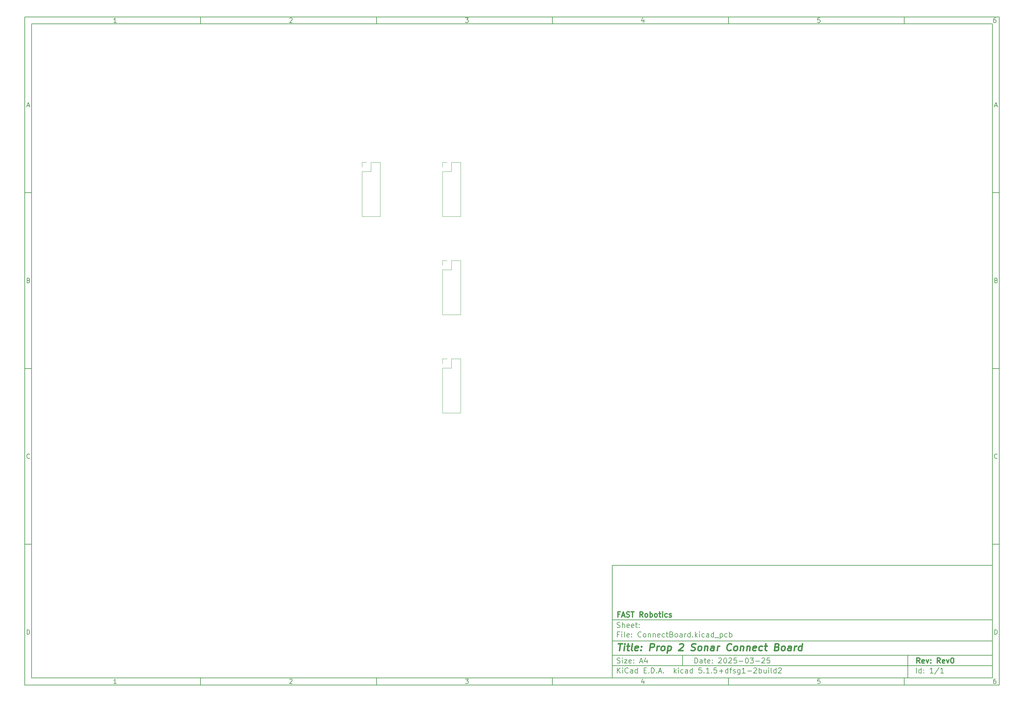
<source format=gbr>
G04 #@! TF.GenerationSoftware,KiCad,Pcbnew,5.1.5+dfsg1-2build2*
G04 #@! TF.CreationDate,2025-03-25T17:45:28-05:00*
G04 #@! TF.ProjectId,ConnectBoard,436f6e6e-6563-4744-926f-6172642e6b69,Rev0*
G04 #@! TF.SameCoordinates,Original*
G04 #@! TF.FileFunction,Legend,Bot*
G04 #@! TF.FilePolarity,Positive*
%FSLAX46Y46*%
G04 Gerber Fmt 4.6, Leading zero omitted, Abs format (unit mm)*
G04 Created by KiCad (PCBNEW 5.1.5+dfsg1-2build2) date 2025-03-25 17:45:28*
%MOMM*%
%LPD*%
G04 APERTURE LIST*
%ADD10C,0.100000*%
%ADD11C,0.150000*%
%ADD12C,0.300000*%
%ADD13C,0.400000*%
%ADD14C,0.120000*%
G04 APERTURE END LIST*
D10*
D11*
X177002200Y-166007200D02*
X177002200Y-198007200D01*
X285002200Y-198007200D01*
X285002200Y-166007200D01*
X177002200Y-166007200D01*
D10*
D11*
X10000000Y-10000000D02*
X10000000Y-200007200D01*
X287002200Y-200007200D01*
X287002200Y-10000000D01*
X10000000Y-10000000D01*
D10*
D11*
X12000000Y-12000000D02*
X12000000Y-198007200D01*
X285002200Y-198007200D01*
X285002200Y-12000000D01*
X12000000Y-12000000D01*
D10*
D11*
X60000000Y-12000000D02*
X60000000Y-10000000D01*
D10*
D11*
X110000000Y-12000000D02*
X110000000Y-10000000D01*
D10*
D11*
X160000000Y-12000000D02*
X160000000Y-10000000D01*
D10*
D11*
X210000000Y-12000000D02*
X210000000Y-10000000D01*
D10*
D11*
X260000000Y-12000000D02*
X260000000Y-10000000D01*
D10*
D11*
X36065476Y-11588095D02*
X35322619Y-11588095D01*
X35694047Y-11588095D02*
X35694047Y-10288095D01*
X35570238Y-10473809D01*
X35446428Y-10597619D01*
X35322619Y-10659523D01*
D10*
D11*
X85322619Y-10411904D02*
X85384523Y-10350000D01*
X85508333Y-10288095D01*
X85817857Y-10288095D01*
X85941666Y-10350000D01*
X86003571Y-10411904D01*
X86065476Y-10535714D01*
X86065476Y-10659523D01*
X86003571Y-10845238D01*
X85260714Y-11588095D01*
X86065476Y-11588095D01*
D10*
D11*
X135260714Y-10288095D02*
X136065476Y-10288095D01*
X135632142Y-10783333D01*
X135817857Y-10783333D01*
X135941666Y-10845238D01*
X136003571Y-10907142D01*
X136065476Y-11030952D01*
X136065476Y-11340476D01*
X136003571Y-11464285D01*
X135941666Y-11526190D01*
X135817857Y-11588095D01*
X135446428Y-11588095D01*
X135322619Y-11526190D01*
X135260714Y-11464285D01*
D10*
D11*
X185941666Y-10721428D02*
X185941666Y-11588095D01*
X185632142Y-10226190D02*
X185322619Y-11154761D01*
X186127380Y-11154761D01*
D10*
D11*
X236003571Y-10288095D02*
X235384523Y-10288095D01*
X235322619Y-10907142D01*
X235384523Y-10845238D01*
X235508333Y-10783333D01*
X235817857Y-10783333D01*
X235941666Y-10845238D01*
X236003571Y-10907142D01*
X236065476Y-11030952D01*
X236065476Y-11340476D01*
X236003571Y-11464285D01*
X235941666Y-11526190D01*
X235817857Y-11588095D01*
X235508333Y-11588095D01*
X235384523Y-11526190D01*
X235322619Y-11464285D01*
D10*
D11*
X285941666Y-10288095D02*
X285694047Y-10288095D01*
X285570238Y-10350000D01*
X285508333Y-10411904D01*
X285384523Y-10597619D01*
X285322619Y-10845238D01*
X285322619Y-11340476D01*
X285384523Y-11464285D01*
X285446428Y-11526190D01*
X285570238Y-11588095D01*
X285817857Y-11588095D01*
X285941666Y-11526190D01*
X286003571Y-11464285D01*
X286065476Y-11340476D01*
X286065476Y-11030952D01*
X286003571Y-10907142D01*
X285941666Y-10845238D01*
X285817857Y-10783333D01*
X285570238Y-10783333D01*
X285446428Y-10845238D01*
X285384523Y-10907142D01*
X285322619Y-11030952D01*
D10*
D11*
X60000000Y-198007200D02*
X60000000Y-200007200D01*
D10*
D11*
X110000000Y-198007200D02*
X110000000Y-200007200D01*
D10*
D11*
X160000000Y-198007200D02*
X160000000Y-200007200D01*
D10*
D11*
X210000000Y-198007200D02*
X210000000Y-200007200D01*
D10*
D11*
X260000000Y-198007200D02*
X260000000Y-200007200D01*
D10*
D11*
X36065476Y-199595295D02*
X35322619Y-199595295D01*
X35694047Y-199595295D02*
X35694047Y-198295295D01*
X35570238Y-198481009D01*
X35446428Y-198604819D01*
X35322619Y-198666723D01*
D10*
D11*
X85322619Y-198419104D02*
X85384523Y-198357200D01*
X85508333Y-198295295D01*
X85817857Y-198295295D01*
X85941666Y-198357200D01*
X86003571Y-198419104D01*
X86065476Y-198542914D01*
X86065476Y-198666723D01*
X86003571Y-198852438D01*
X85260714Y-199595295D01*
X86065476Y-199595295D01*
D10*
D11*
X135260714Y-198295295D02*
X136065476Y-198295295D01*
X135632142Y-198790533D01*
X135817857Y-198790533D01*
X135941666Y-198852438D01*
X136003571Y-198914342D01*
X136065476Y-199038152D01*
X136065476Y-199347676D01*
X136003571Y-199471485D01*
X135941666Y-199533390D01*
X135817857Y-199595295D01*
X135446428Y-199595295D01*
X135322619Y-199533390D01*
X135260714Y-199471485D01*
D10*
D11*
X185941666Y-198728628D02*
X185941666Y-199595295D01*
X185632142Y-198233390D02*
X185322619Y-199161961D01*
X186127380Y-199161961D01*
D10*
D11*
X236003571Y-198295295D02*
X235384523Y-198295295D01*
X235322619Y-198914342D01*
X235384523Y-198852438D01*
X235508333Y-198790533D01*
X235817857Y-198790533D01*
X235941666Y-198852438D01*
X236003571Y-198914342D01*
X236065476Y-199038152D01*
X236065476Y-199347676D01*
X236003571Y-199471485D01*
X235941666Y-199533390D01*
X235817857Y-199595295D01*
X235508333Y-199595295D01*
X235384523Y-199533390D01*
X235322619Y-199471485D01*
D10*
D11*
X285941666Y-198295295D02*
X285694047Y-198295295D01*
X285570238Y-198357200D01*
X285508333Y-198419104D01*
X285384523Y-198604819D01*
X285322619Y-198852438D01*
X285322619Y-199347676D01*
X285384523Y-199471485D01*
X285446428Y-199533390D01*
X285570238Y-199595295D01*
X285817857Y-199595295D01*
X285941666Y-199533390D01*
X286003571Y-199471485D01*
X286065476Y-199347676D01*
X286065476Y-199038152D01*
X286003571Y-198914342D01*
X285941666Y-198852438D01*
X285817857Y-198790533D01*
X285570238Y-198790533D01*
X285446428Y-198852438D01*
X285384523Y-198914342D01*
X285322619Y-199038152D01*
D10*
D11*
X10000000Y-60000000D02*
X12000000Y-60000000D01*
D10*
D11*
X10000000Y-110000000D02*
X12000000Y-110000000D01*
D10*
D11*
X10000000Y-160000000D02*
X12000000Y-160000000D01*
D10*
D11*
X10690476Y-35216666D02*
X11309523Y-35216666D01*
X10566666Y-35588095D02*
X11000000Y-34288095D01*
X11433333Y-35588095D01*
D10*
D11*
X11092857Y-84907142D02*
X11278571Y-84969047D01*
X11340476Y-85030952D01*
X11402380Y-85154761D01*
X11402380Y-85340476D01*
X11340476Y-85464285D01*
X11278571Y-85526190D01*
X11154761Y-85588095D01*
X10659523Y-85588095D01*
X10659523Y-84288095D01*
X11092857Y-84288095D01*
X11216666Y-84350000D01*
X11278571Y-84411904D01*
X11340476Y-84535714D01*
X11340476Y-84659523D01*
X11278571Y-84783333D01*
X11216666Y-84845238D01*
X11092857Y-84907142D01*
X10659523Y-84907142D01*
D10*
D11*
X11402380Y-135464285D02*
X11340476Y-135526190D01*
X11154761Y-135588095D01*
X11030952Y-135588095D01*
X10845238Y-135526190D01*
X10721428Y-135402380D01*
X10659523Y-135278571D01*
X10597619Y-135030952D01*
X10597619Y-134845238D01*
X10659523Y-134597619D01*
X10721428Y-134473809D01*
X10845238Y-134350000D01*
X11030952Y-134288095D01*
X11154761Y-134288095D01*
X11340476Y-134350000D01*
X11402380Y-134411904D01*
D10*
D11*
X10659523Y-185588095D02*
X10659523Y-184288095D01*
X10969047Y-184288095D01*
X11154761Y-184350000D01*
X11278571Y-184473809D01*
X11340476Y-184597619D01*
X11402380Y-184845238D01*
X11402380Y-185030952D01*
X11340476Y-185278571D01*
X11278571Y-185402380D01*
X11154761Y-185526190D01*
X10969047Y-185588095D01*
X10659523Y-185588095D01*
D10*
D11*
X287002200Y-60000000D02*
X285002200Y-60000000D01*
D10*
D11*
X287002200Y-110000000D02*
X285002200Y-110000000D01*
D10*
D11*
X287002200Y-160000000D02*
X285002200Y-160000000D01*
D10*
D11*
X285692676Y-35216666D02*
X286311723Y-35216666D01*
X285568866Y-35588095D02*
X286002200Y-34288095D01*
X286435533Y-35588095D01*
D10*
D11*
X286095057Y-84907142D02*
X286280771Y-84969047D01*
X286342676Y-85030952D01*
X286404580Y-85154761D01*
X286404580Y-85340476D01*
X286342676Y-85464285D01*
X286280771Y-85526190D01*
X286156961Y-85588095D01*
X285661723Y-85588095D01*
X285661723Y-84288095D01*
X286095057Y-84288095D01*
X286218866Y-84350000D01*
X286280771Y-84411904D01*
X286342676Y-84535714D01*
X286342676Y-84659523D01*
X286280771Y-84783333D01*
X286218866Y-84845238D01*
X286095057Y-84907142D01*
X285661723Y-84907142D01*
D10*
D11*
X286404580Y-135464285D02*
X286342676Y-135526190D01*
X286156961Y-135588095D01*
X286033152Y-135588095D01*
X285847438Y-135526190D01*
X285723628Y-135402380D01*
X285661723Y-135278571D01*
X285599819Y-135030952D01*
X285599819Y-134845238D01*
X285661723Y-134597619D01*
X285723628Y-134473809D01*
X285847438Y-134350000D01*
X286033152Y-134288095D01*
X286156961Y-134288095D01*
X286342676Y-134350000D01*
X286404580Y-134411904D01*
D10*
D11*
X285661723Y-185588095D02*
X285661723Y-184288095D01*
X285971247Y-184288095D01*
X286156961Y-184350000D01*
X286280771Y-184473809D01*
X286342676Y-184597619D01*
X286404580Y-184845238D01*
X286404580Y-185030952D01*
X286342676Y-185278571D01*
X286280771Y-185402380D01*
X286156961Y-185526190D01*
X285971247Y-185588095D01*
X285661723Y-185588095D01*
D10*
D11*
X200434342Y-193785771D02*
X200434342Y-192285771D01*
X200791485Y-192285771D01*
X201005771Y-192357200D01*
X201148628Y-192500057D01*
X201220057Y-192642914D01*
X201291485Y-192928628D01*
X201291485Y-193142914D01*
X201220057Y-193428628D01*
X201148628Y-193571485D01*
X201005771Y-193714342D01*
X200791485Y-193785771D01*
X200434342Y-193785771D01*
X202577200Y-193785771D02*
X202577200Y-193000057D01*
X202505771Y-192857200D01*
X202362914Y-192785771D01*
X202077200Y-192785771D01*
X201934342Y-192857200D01*
X202577200Y-193714342D02*
X202434342Y-193785771D01*
X202077200Y-193785771D01*
X201934342Y-193714342D01*
X201862914Y-193571485D01*
X201862914Y-193428628D01*
X201934342Y-193285771D01*
X202077200Y-193214342D01*
X202434342Y-193214342D01*
X202577200Y-193142914D01*
X203077200Y-192785771D02*
X203648628Y-192785771D01*
X203291485Y-192285771D02*
X203291485Y-193571485D01*
X203362914Y-193714342D01*
X203505771Y-193785771D01*
X203648628Y-193785771D01*
X204720057Y-193714342D02*
X204577200Y-193785771D01*
X204291485Y-193785771D01*
X204148628Y-193714342D01*
X204077200Y-193571485D01*
X204077200Y-193000057D01*
X204148628Y-192857200D01*
X204291485Y-192785771D01*
X204577200Y-192785771D01*
X204720057Y-192857200D01*
X204791485Y-193000057D01*
X204791485Y-193142914D01*
X204077200Y-193285771D01*
X205434342Y-193642914D02*
X205505771Y-193714342D01*
X205434342Y-193785771D01*
X205362914Y-193714342D01*
X205434342Y-193642914D01*
X205434342Y-193785771D01*
X205434342Y-192857200D02*
X205505771Y-192928628D01*
X205434342Y-193000057D01*
X205362914Y-192928628D01*
X205434342Y-192857200D01*
X205434342Y-193000057D01*
X207220057Y-192428628D02*
X207291485Y-192357200D01*
X207434342Y-192285771D01*
X207791485Y-192285771D01*
X207934342Y-192357200D01*
X208005771Y-192428628D01*
X208077200Y-192571485D01*
X208077200Y-192714342D01*
X208005771Y-192928628D01*
X207148628Y-193785771D01*
X208077200Y-193785771D01*
X209005771Y-192285771D02*
X209148628Y-192285771D01*
X209291485Y-192357200D01*
X209362914Y-192428628D01*
X209434342Y-192571485D01*
X209505771Y-192857200D01*
X209505771Y-193214342D01*
X209434342Y-193500057D01*
X209362914Y-193642914D01*
X209291485Y-193714342D01*
X209148628Y-193785771D01*
X209005771Y-193785771D01*
X208862914Y-193714342D01*
X208791485Y-193642914D01*
X208720057Y-193500057D01*
X208648628Y-193214342D01*
X208648628Y-192857200D01*
X208720057Y-192571485D01*
X208791485Y-192428628D01*
X208862914Y-192357200D01*
X209005771Y-192285771D01*
X210077200Y-192428628D02*
X210148628Y-192357200D01*
X210291485Y-192285771D01*
X210648628Y-192285771D01*
X210791485Y-192357200D01*
X210862914Y-192428628D01*
X210934342Y-192571485D01*
X210934342Y-192714342D01*
X210862914Y-192928628D01*
X210005771Y-193785771D01*
X210934342Y-193785771D01*
X212291485Y-192285771D02*
X211577200Y-192285771D01*
X211505771Y-193000057D01*
X211577200Y-192928628D01*
X211720057Y-192857200D01*
X212077200Y-192857200D01*
X212220057Y-192928628D01*
X212291485Y-193000057D01*
X212362914Y-193142914D01*
X212362914Y-193500057D01*
X212291485Y-193642914D01*
X212220057Y-193714342D01*
X212077200Y-193785771D01*
X211720057Y-193785771D01*
X211577200Y-193714342D01*
X211505771Y-193642914D01*
X213005771Y-193214342D02*
X214148628Y-193214342D01*
X215148628Y-192285771D02*
X215291485Y-192285771D01*
X215434342Y-192357200D01*
X215505771Y-192428628D01*
X215577200Y-192571485D01*
X215648628Y-192857200D01*
X215648628Y-193214342D01*
X215577200Y-193500057D01*
X215505771Y-193642914D01*
X215434342Y-193714342D01*
X215291485Y-193785771D01*
X215148628Y-193785771D01*
X215005771Y-193714342D01*
X214934342Y-193642914D01*
X214862914Y-193500057D01*
X214791485Y-193214342D01*
X214791485Y-192857200D01*
X214862914Y-192571485D01*
X214934342Y-192428628D01*
X215005771Y-192357200D01*
X215148628Y-192285771D01*
X216148628Y-192285771D02*
X217077200Y-192285771D01*
X216577200Y-192857200D01*
X216791485Y-192857200D01*
X216934342Y-192928628D01*
X217005771Y-193000057D01*
X217077200Y-193142914D01*
X217077200Y-193500057D01*
X217005771Y-193642914D01*
X216934342Y-193714342D01*
X216791485Y-193785771D01*
X216362914Y-193785771D01*
X216220057Y-193714342D01*
X216148628Y-193642914D01*
X217720057Y-193214342D02*
X218862914Y-193214342D01*
X219505771Y-192428628D02*
X219577200Y-192357200D01*
X219720057Y-192285771D01*
X220077200Y-192285771D01*
X220220057Y-192357200D01*
X220291485Y-192428628D01*
X220362914Y-192571485D01*
X220362914Y-192714342D01*
X220291485Y-192928628D01*
X219434342Y-193785771D01*
X220362914Y-193785771D01*
X221720057Y-192285771D02*
X221005771Y-192285771D01*
X220934342Y-193000057D01*
X221005771Y-192928628D01*
X221148628Y-192857200D01*
X221505771Y-192857200D01*
X221648628Y-192928628D01*
X221720057Y-193000057D01*
X221791485Y-193142914D01*
X221791485Y-193500057D01*
X221720057Y-193642914D01*
X221648628Y-193714342D01*
X221505771Y-193785771D01*
X221148628Y-193785771D01*
X221005771Y-193714342D01*
X220934342Y-193642914D01*
D10*
D11*
X177002200Y-194507200D02*
X285002200Y-194507200D01*
D10*
D11*
X178434342Y-196585771D02*
X178434342Y-195085771D01*
X179291485Y-196585771D02*
X178648628Y-195728628D01*
X179291485Y-195085771D02*
X178434342Y-195942914D01*
X179934342Y-196585771D02*
X179934342Y-195585771D01*
X179934342Y-195085771D02*
X179862914Y-195157200D01*
X179934342Y-195228628D01*
X180005771Y-195157200D01*
X179934342Y-195085771D01*
X179934342Y-195228628D01*
X181505771Y-196442914D02*
X181434342Y-196514342D01*
X181220057Y-196585771D01*
X181077200Y-196585771D01*
X180862914Y-196514342D01*
X180720057Y-196371485D01*
X180648628Y-196228628D01*
X180577200Y-195942914D01*
X180577200Y-195728628D01*
X180648628Y-195442914D01*
X180720057Y-195300057D01*
X180862914Y-195157200D01*
X181077200Y-195085771D01*
X181220057Y-195085771D01*
X181434342Y-195157200D01*
X181505771Y-195228628D01*
X182791485Y-196585771D02*
X182791485Y-195800057D01*
X182720057Y-195657200D01*
X182577200Y-195585771D01*
X182291485Y-195585771D01*
X182148628Y-195657200D01*
X182791485Y-196514342D02*
X182648628Y-196585771D01*
X182291485Y-196585771D01*
X182148628Y-196514342D01*
X182077200Y-196371485D01*
X182077200Y-196228628D01*
X182148628Y-196085771D01*
X182291485Y-196014342D01*
X182648628Y-196014342D01*
X182791485Y-195942914D01*
X184148628Y-196585771D02*
X184148628Y-195085771D01*
X184148628Y-196514342D02*
X184005771Y-196585771D01*
X183720057Y-196585771D01*
X183577200Y-196514342D01*
X183505771Y-196442914D01*
X183434342Y-196300057D01*
X183434342Y-195871485D01*
X183505771Y-195728628D01*
X183577200Y-195657200D01*
X183720057Y-195585771D01*
X184005771Y-195585771D01*
X184148628Y-195657200D01*
X186005771Y-195800057D02*
X186505771Y-195800057D01*
X186720057Y-196585771D02*
X186005771Y-196585771D01*
X186005771Y-195085771D01*
X186720057Y-195085771D01*
X187362914Y-196442914D02*
X187434342Y-196514342D01*
X187362914Y-196585771D01*
X187291485Y-196514342D01*
X187362914Y-196442914D01*
X187362914Y-196585771D01*
X188077200Y-196585771D02*
X188077200Y-195085771D01*
X188434342Y-195085771D01*
X188648628Y-195157200D01*
X188791485Y-195300057D01*
X188862914Y-195442914D01*
X188934342Y-195728628D01*
X188934342Y-195942914D01*
X188862914Y-196228628D01*
X188791485Y-196371485D01*
X188648628Y-196514342D01*
X188434342Y-196585771D01*
X188077200Y-196585771D01*
X189577200Y-196442914D02*
X189648628Y-196514342D01*
X189577200Y-196585771D01*
X189505771Y-196514342D01*
X189577200Y-196442914D01*
X189577200Y-196585771D01*
X190220057Y-196157200D02*
X190934342Y-196157200D01*
X190077200Y-196585771D02*
X190577200Y-195085771D01*
X191077200Y-196585771D01*
X191577200Y-196442914D02*
X191648628Y-196514342D01*
X191577200Y-196585771D01*
X191505771Y-196514342D01*
X191577200Y-196442914D01*
X191577200Y-196585771D01*
X194577200Y-196585771D02*
X194577200Y-195085771D01*
X194720057Y-196014342D02*
X195148628Y-196585771D01*
X195148628Y-195585771D02*
X194577200Y-196157200D01*
X195791485Y-196585771D02*
X195791485Y-195585771D01*
X195791485Y-195085771D02*
X195720057Y-195157200D01*
X195791485Y-195228628D01*
X195862914Y-195157200D01*
X195791485Y-195085771D01*
X195791485Y-195228628D01*
X197148628Y-196514342D02*
X197005771Y-196585771D01*
X196720057Y-196585771D01*
X196577200Y-196514342D01*
X196505771Y-196442914D01*
X196434342Y-196300057D01*
X196434342Y-195871485D01*
X196505771Y-195728628D01*
X196577200Y-195657200D01*
X196720057Y-195585771D01*
X197005771Y-195585771D01*
X197148628Y-195657200D01*
X198434342Y-196585771D02*
X198434342Y-195800057D01*
X198362914Y-195657200D01*
X198220057Y-195585771D01*
X197934342Y-195585771D01*
X197791485Y-195657200D01*
X198434342Y-196514342D02*
X198291485Y-196585771D01*
X197934342Y-196585771D01*
X197791485Y-196514342D01*
X197720057Y-196371485D01*
X197720057Y-196228628D01*
X197791485Y-196085771D01*
X197934342Y-196014342D01*
X198291485Y-196014342D01*
X198434342Y-195942914D01*
X199791485Y-196585771D02*
X199791485Y-195085771D01*
X199791485Y-196514342D02*
X199648628Y-196585771D01*
X199362914Y-196585771D01*
X199220057Y-196514342D01*
X199148628Y-196442914D01*
X199077200Y-196300057D01*
X199077200Y-195871485D01*
X199148628Y-195728628D01*
X199220057Y-195657200D01*
X199362914Y-195585771D01*
X199648628Y-195585771D01*
X199791485Y-195657200D01*
X202362914Y-195085771D02*
X201648628Y-195085771D01*
X201577200Y-195800057D01*
X201648628Y-195728628D01*
X201791485Y-195657200D01*
X202148628Y-195657200D01*
X202291485Y-195728628D01*
X202362914Y-195800057D01*
X202434342Y-195942914D01*
X202434342Y-196300057D01*
X202362914Y-196442914D01*
X202291485Y-196514342D01*
X202148628Y-196585771D01*
X201791485Y-196585771D01*
X201648628Y-196514342D01*
X201577200Y-196442914D01*
X203077200Y-196442914D02*
X203148628Y-196514342D01*
X203077200Y-196585771D01*
X203005771Y-196514342D01*
X203077200Y-196442914D01*
X203077200Y-196585771D01*
X204577200Y-196585771D02*
X203720057Y-196585771D01*
X204148628Y-196585771D02*
X204148628Y-195085771D01*
X204005771Y-195300057D01*
X203862914Y-195442914D01*
X203720057Y-195514342D01*
X205220057Y-196442914D02*
X205291485Y-196514342D01*
X205220057Y-196585771D01*
X205148628Y-196514342D01*
X205220057Y-196442914D01*
X205220057Y-196585771D01*
X206648628Y-195085771D02*
X205934342Y-195085771D01*
X205862914Y-195800057D01*
X205934342Y-195728628D01*
X206077200Y-195657200D01*
X206434342Y-195657200D01*
X206577200Y-195728628D01*
X206648628Y-195800057D01*
X206720057Y-195942914D01*
X206720057Y-196300057D01*
X206648628Y-196442914D01*
X206577200Y-196514342D01*
X206434342Y-196585771D01*
X206077200Y-196585771D01*
X205934342Y-196514342D01*
X205862914Y-196442914D01*
X207362914Y-196014342D02*
X208505771Y-196014342D01*
X207934342Y-196585771D02*
X207934342Y-195442914D01*
X209862914Y-196585771D02*
X209862914Y-195085771D01*
X209862914Y-196514342D02*
X209720057Y-196585771D01*
X209434342Y-196585771D01*
X209291485Y-196514342D01*
X209220057Y-196442914D01*
X209148628Y-196300057D01*
X209148628Y-195871485D01*
X209220057Y-195728628D01*
X209291485Y-195657200D01*
X209434342Y-195585771D01*
X209720057Y-195585771D01*
X209862914Y-195657200D01*
X210362914Y-195585771D02*
X210934342Y-195585771D01*
X210577200Y-196585771D02*
X210577200Y-195300057D01*
X210648628Y-195157200D01*
X210791485Y-195085771D01*
X210934342Y-195085771D01*
X211362914Y-196514342D02*
X211505771Y-196585771D01*
X211791485Y-196585771D01*
X211934342Y-196514342D01*
X212005771Y-196371485D01*
X212005771Y-196300057D01*
X211934342Y-196157200D01*
X211791485Y-196085771D01*
X211577200Y-196085771D01*
X211434342Y-196014342D01*
X211362914Y-195871485D01*
X211362914Y-195800057D01*
X211434342Y-195657200D01*
X211577200Y-195585771D01*
X211791485Y-195585771D01*
X211934342Y-195657200D01*
X213291485Y-195585771D02*
X213291485Y-196800057D01*
X213220057Y-196942914D01*
X213148628Y-197014342D01*
X213005771Y-197085771D01*
X212791485Y-197085771D01*
X212648628Y-197014342D01*
X213291485Y-196514342D02*
X213148628Y-196585771D01*
X212862914Y-196585771D01*
X212720057Y-196514342D01*
X212648628Y-196442914D01*
X212577200Y-196300057D01*
X212577200Y-195871485D01*
X212648628Y-195728628D01*
X212720057Y-195657200D01*
X212862914Y-195585771D01*
X213148628Y-195585771D01*
X213291485Y-195657200D01*
X214791485Y-196585771D02*
X213934342Y-196585771D01*
X214362914Y-196585771D02*
X214362914Y-195085771D01*
X214220057Y-195300057D01*
X214077200Y-195442914D01*
X213934342Y-195514342D01*
X215434342Y-196014342D02*
X216577200Y-196014342D01*
X217220057Y-195228628D02*
X217291485Y-195157200D01*
X217434342Y-195085771D01*
X217791485Y-195085771D01*
X217934342Y-195157200D01*
X218005771Y-195228628D01*
X218077200Y-195371485D01*
X218077200Y-195514342D01*
X218005771Y-195728628D01*
X217148628Y-196585771D01*
X218077200Y-196585771D01*
X218720057Y-196585771D02*
X218720057Y-195085771D01*
X218720057Y-195657200D02*
X218862914Y-195585771D01*
X219148628Y-195585771D01*
X219291485Y-195657200D01*
X219362914Y-195728628D01*
X219434342Y-195871485D01*
X219434342Y-196300057D01*
X219362914Y-196442914D01*
X219291485Y-196514342D01*
X219148628Y-196585771D01*
X218862914Y-196585771D01*
X218720057Y-196514342D01*
X220720057Y-195585771D02*
X220720057Y-196585771D01*
X220077200Y-195585771D02*
X220077200Y-196371485D01*
X220148628Y-196514342D01*
X220291485Y-196585771D01*
X220505771Y-196585771D01*
X220648628Y-196514342D01*
X220720057Y-196442914D01*
X221434342Y-196585771D02*
X221434342Y-195585771D01*
X221434342Y-195085771D02*
X221362914Y-195157200D01*
X221434342Y-195228628D01*
X221505771Y-195157200D01*
X221434342Y-195085771D01*
X221434342Y-195228628D01*
X222362914Y-196585771D02*
X222220057Y-196514342D01*
X222148628Y-196371485D01*
X222148628Y-195085771D01*
X223577200Y-196585771D02*
X223577200Y-195085771D01*
X223577200Y-196514342D02*
X223434342Y-196585771D01*
X223148628Y-196585771D01*
X223005771Y-196514342D01*
X222934342Y-196442914D01*
X222862914Y-196300057D01*
X222862914Y-195871485D01*
X222934342Y-195728628D01*
X223005771Y-195657200D01*
X223148628Y-195585771D01*
X223434342Y-195585771D01*
X223577200Y-195657200D01*
X224220057Y-195228628D02*
X224291485Y-195157200D01*
X224434342Y-195085771D01*
X224791485Y-195085771D01*
X224934342Y-195157200D01*
X225005771Y-195228628D01*
X225077200Y-195371485D01*
X225077200Y-195514342D01*
X225005771Y-195728628D01*
X224148628Y-196585771D01*
X225077200Y-196585771D01*
D10*
D11*
X177002200Y-191507200D02*
X285002200Y-191507200D01*
D10*
D12*
X264411485Y-193785771D02*
X263911485Y-193071485D01*
X263554342Y-193785771D02*
X263554342Y-192285771D01*
X264125771Y-192285771D01*
X264268628Y-192357200D01*
X264340057Y-192428628D01*
X264411485Y-192571485D01*
X264411485Y-192785771D01*
X264340057Y-192928628D01*
X264268628Y-193000057D01*
X264125771Y-193071485D01*
X263554342Y-193071485D01*
X265625771Y-193714342D02*
X265482914Y-193785771D01*
X265197200Y-193785771D01*
X265054342Y-193714342D01*
X264982914Y-193571485D01*
X264982914Y-193000057D01*
X265054342Y-192857200D01*
X265197200Y-192785771D01*
X265482914Y-192785771D01*
X265625771Y-192857200D01*
X265697200Y-193000057D01*
X265697200Y-193142914D01*
X264982914Y-193285771D01*
X266197200Y-192785771D02*
X266554342Y-193785771D01*
X266911485Y-192785771D01*
X267482914Y-193642914D02*
X267554342Y-193714342D01*
X267482914Y-193785771D01*
X267411485Y-193714342D01*
X267482914Y-193642914D01*
X267482914Y-193785771D01*
X267482914Y-192857200D02*
X267554342Y-192928628D01*
X267482914Y-193000057D01*
X267411485Y-192928628D01*
X267482914Y-192857200D01*
X267482914Y-193000057D01*
X270197200Y-193785771D02*
X269697200Y-193071485D01*
X269340057Y-193785771D02*
X269340057Y-192285771D01*
X269911485Y-192285771D01*
X270054342Y-192357200D01*
X270125771Y-192428628D01*
X270197200Y-192571485D01*
X270197200Y-192785771D01*
X270125771Y-192928628D01*
X270054342Y-193000057D01*
X269911485Y-193071485D01*
X269340057Y-193071485D01*
X271411485Y-193714342D02*
X271268628Y-193785771D01*
X270982914Y-193785771D01*
X270840057Y-193714342D01*
X270768628Y-193571485D01*
X270768628Y-193000057D01*
X270840057Y-192857200D01*
X270982914Y-192785771D01*
X271268628Y-192785771D01*
X271411485Y-192857200D01*
X271482914Y-193000057D01*
X271482914Y-193142914D01*
X270768628Y-193285771D01*
X271982914Y-192785771D02*
X272340057Y-193785771D01*
X272697200Y-192785771D01*
X273554342Y-192285771D02*
X273697200Y-192285771D01*
X273840057Y-192357200D01*
X273911485Y-192428628D01*
X273982914Y-192571485D01*
X274054342Y-192857200D01*
X274054342Y-193214342D01*
X273982914Y-193500057D01*
X273911485Y-193642914D01*
X273840057Y-193714342D01*
X273697200Y-193785771D01*
X273554342Y-193785771D01*
X273411485Y-193714342D01*
X273340057Y-193642914D01*
X273268628Y-193500057D01*
X273197200Y-193214342D01*
X273197200Y-192857200D01*
X273268628Y-192571485D01*
X273340057Y-192428628D01*
X273411485Y-192357200D01*
X273554342Y-192285771D01*
D10*
D11*
X178362914Y-193714342D02*
X178577200Y-193785771D01*
X178934342Y-193785771D01*
X179077200Y-193714342D01*
X179148628Y-193642914D01*
X179220057Y-193500057D01*
X179220057Y-193357200D01*
X179148628Y-193214342D01*
X179077200Y-193142914D01*
X178934342Y-193071485D01*
X178648628Y-193000057D01*
X178505771Y-192928628D01*
X178434342Y-192857200D01*
X178362914Y-192714342D01*
X178362914Y-192571485D01*
X178434342Y-192428628D01*
X178505771Y-192357200D01*
X178648628Y-192285771D01*
X179005771Y-192285771D01*
X179220057Y-192357200D01*
X179862914Y-193785771D02*
X179862914Y-192785771D01*
X179862914Y-192285771D02*
X179791485Y-192357200D01*
X179862914Y-192428628D01*
X179934342Y-192357200D01*
X179862914Y-192285771D01*
X179862914Y-192428628D01*
X180434342Y-192785771D02*
X181220057Y-192785771D01*
X180434342Y-193785771D01*
X181220057Y-193785771D01*
X182362914Y-193714342D02*
X182220057Y-193785771D01*
X181934342Y-193785771D01*
X181791485Y-193714342D01*
X181720057Y-193571485D01*
X181720057Y-193000057D01*
X181791485Y-192857200D01*
X181934342Y-192785771D01*
X182220057Y-192785771D01*
X182362914Y-192857200D01*
X182434342Y-193000057D01*
X182434342Y-193142914D01*
X181720057Y-193285771D01*
X183077200Y-193642914D02*
X183148628Y-193714342D01*
X183077200Y-193785771D01*
X183005771Y-193714342D01*
X183077200Y-193642914D01*
X183077200Y-193785771D01*
X183077200Y-192857200D02*
X183148628Y-192928628D01*
X183077200Y-193000057D01*
X183005771Y-192928628D01*
X183077200Y-192857200D01*
X183077200Y-193000057D01*
X184862914Y-193357200D02*
X185577200Y-193357200D01*
X184720057Y-193785771D02*
X185220057Y-192285771D01*
X185720057Y-193785771D01*
X186862914Y-192785771D02*
X186862914Y-193785771D01*
X186505771Y-192214342D02*
X186148628Y-193285771D01*
X187077200Y-193285771D01*
D10*
D11*
X263434342Y-196585771D02*
X263434342Y-195085771D01*
X264791485Y-196585771D02*
X264791485Y-195085771D01*
X264791485Y-196514342D02*
X264648628Y-196585771D01*
X264362914Y-196585771D01*
X264220057Y-196514342D01*
X264148628Y-196442914D01*
X264077200Y-196300057D01*
X264077200Y-195871485D01*
X264148628Y-195728628D01*
X264220057Y-195657200D01*
X264362914Y-195585771D01*
X264648628Y-195585771D01*
X264791485Y-195657200D01*
X265505771Y-196442914D02*
X265577200Y-196514342D01*
X265505771Y-196585771D01*
X265434342Y-196514342D01*
X265505771Y-196442914D01*
X265505771Y-196585771D01*
X265505771Y-195657200D02*
X265577200Y-195728628D01*
X265505771Y-195800057D01*
X265434342Y-195728628D01*
X265505771Y-195657200D01*
X265505771Y-195800057D01*
X268148628Y-196585771D02*
X267291485Y-196585771D01*
X267720057Y-196585771D02*
X267720057Y-195085771D01*
X267577200Y-195300057D01*
X267434342Y-195442914D01*
X267291485Y-195514342D01*
X269862914Y-195014342D02*
X268577200Y-196942914D01*
X271148628Y-196585771D02*
X270291485Y-196585771D01*
X270720057Y-196585771D02*
X270720057Y-195085771D01*
X270577200Y-195300057D01*
X270434342Y-195442914D01*
X270291485Y-195514342D01*
D10*
D11*
X177002200Y-187507200D02*
X285002200Y-187507200D01*
D10*
D13*
X178714580Y-188211961D02*
X179857438Y-188211961D01*
X179036009Y-190211961D02*
X179286009Y-188211961D01*
X180274104Y-190211961D02*
X180440771Y-188878628D01*
X180524104Y-188211961D02*
X180416961Y-188307200D01*
X180500295Y-188402438D01*
X180607438Y-188307200D01*
X180524104Y-188211961D01*
X180500295Y-188402438D01*
X181107438Y-188878628D02*
X181869342Y-188878628D01*
X181476485Y-188211961D02*
X181262200Y-189926247D01*
X181333628Y-190116723D01*
X181512200Y-190211961D01*
X181702676Y-190211961D01*
X182655057Y-190211961D02*
X182476485Y-190116723D01*
X182405057Y-189926247D01*
X182619342Y-188211961D01*
X184190771Y-190116723D02*
X183988390Y-190211961D01*
X183607438Y-190211961D01*
X183428866Y-190116723D01*
X183357438Y-189926247D01*
X183452676Y-189164342D01*
X183571723Y-188973866D01*
X183774104Y-188878628D01*
X184155057Y-188878628D01*
X184333628Y-188973866D01*
X184405057Y-189164342D01*
X184381247Y-189354819D01*
X183405057Y-189545295D01*
X185155057Y-190021485D02*
X185238390Y-190116723D01*
X185131247Y-190211961D01*
X185047914Y-190116723D01*
X185155057Y-190021485D01*
X185131247Y-190211961D01*
X185286009Y-188973866D02*
X185369342Y-189069104D01*
X185262200Y-189164342D01*
X185178866Y-189069104D01*
X185286009Y-188973866D01*
X185262200Y-189164342D01*
X187607438Y-190211961D02*
X187857438Y-188211961D01*
X188619342Y-188211961D01*
X188797914Y-188307200D01*
X188881247Y-188402438D01*
X188952676Y-188592914D01*
X188916961Y-188878628D01*
X188797914Y-189069104D01*
X188690771Y-189164342D01*
X188488390Y-189259580D01*
X187726485Y-189259580D01*
X189607438Y-190211961D02*
X189774104Y-188878628D01*
X189726485Y-189259580D02*
X189845533Y-189069104D01*
X189952676Y-188973866D01*
X190155057Y-188878628D01*
X190345533Y-188878628D01*
X191131247Y-190211961D02*
X190952676Y-190116723D01*
X190869342Y-190021485D01*
X190797914Y-189831009D01*
X190869342Y-189259580D01*
X190988390Y-189069104D01*
X191095533Y-188973866D01*
X191297914Y-188878628D01*
X191583628Y-188878628D01*
X191762200Y-188973866D01*
X191845533Y-189069104D01*
X191916961Y-189259580D01*
X191845533Y-189831009D01*
X191726485Y-190021485D01*
X191619342Y-190116723D01*
X191416961Y-190211961D01*
X191131247Y-190211961D01*
X192821723Y-188878628D02*
X192571723Y-190878628D01*
X192809819Y-188973866D02*
X193012200Y-188878628D01*
X193393152Y-188878628D01*
X193571723Y-188973866D01*
X193655057Y-189069104D01*
X193726485Y-189259580D01*
X193655057Y-189831009D01*
X193536009Y-190021485D01*
X193428866Y-190116723D01*
X193226485Y-190211961D01*
X192845533Y-190211961D01*
X192666961Y-190116723D01*
X196119342Y-188402438D02*
X196226485Y-188307200D01*
X196428866Y-188211961D01*
X196905057Y-188211961D01*
X197083628Y-188307200D01*
X197166961Y-188402438D01*
X197238390Y-188592914D01*
X197214580Y-188783390D01*
X197083628Y-189069104D01*
X195797914Y-190211961D01*
X197036009Y-190211961D01*
X199333628Y-190116723D02*
X199607438Y-190211961D01*
X200083628Y-190211961D01*
X200286009Y-190116723D01*
X200393152Y-190021485D01*
X200512200Y-189831009D01*
X200536009Y-189640533D01*
X200464580Y-189450057D01*
X200381247Y-189354819D01*
X200202676Y-189259580D01*
X199833628Y-189164342D01*
X199655057Y-189069104D01*
X199571723Y-188973866D01*
X199500295Y-188783390D01*
X199524104Y-188592914D01*
X199643152Y-188402438D01*
X199750295Y-188307200D01*
X199952676Y-188211961D01*
X200428866Y-188211961D01*
X200702676Y-188307200D01*
X201607438Y-190211961D02*
X201428866Y-190116723D01*
X201345533Y-190021485D01*
X201274104Y-189831009D01*
X201345533Y-189259580D01*
X201464580Y-189069104D01*
X201571723Y-188973866D01*
X201774104Y-188878628D01*
X202059819Y-188878628D01*
X202238390Y-188973866D01*
X202321723Y-189069104D01*
X202393152Y-189259580D01*
X202321723Y-189831009D01*
X202202676Y-190021485D01*
X202095533Y-190116723D01*
X201893152Y-190211961D01*
X201607438Y-190211961D01*
X203297914Y-188878628D02*
X203131247Y-190211961D01*
X203274104Y-189069104D02*
X203381247Y-188973866D01*
X203583628Y-188878628D01*
X203869342Y-188878628D01*
X204047914Y-188973866D01*
X204119342Y-189164342D01*
X203988390Y-190211961D01*
X205797914Y-190211961D02*
X205928866Y-189164342D01*
X205857438Y-188973866D01*
X205678866Y-188878628D01*
X205297914Y-188878628D01*
X205095533Y-188973866D01*
X205809819Y-190116723D02*
X205607438Y-190211961D01*
X205131247Y-190211961D01*
X204952676Y-190116723D01*
X204881247Y-189926247D01*
X204905057Y-189735771D01*
X205024104Y-189545295D01*
X205226485Y-189450057D01*
X205702676Y-189450057D01*
X205905057Y-189354819D01*
X206750295Y-190211961D02*
X206916961Y-188878628D01*
X206869342Y-189259580D02*
X206988390Y-189069104D01*
X207095533Y-188973866D01*
X207297914Y-188878628D01*
X207488390Y-188878628D01*
X210678866Y-190021485D02*
X210571723Y-190116723D01*
X210274104Y-190211961D01*
X210083628Y-190211961D01*
X209809819Y-190116723D01*
X209643152Y-189926247D01*
X209571723Y-189735771D01*
X209524104Y-189354819D01*
X209559819Y-189069104D01*
X209702676Y-188688152D01*
X209821723Y-188497676D01*
X210036009Y-188307200D01*
X210333628Y-188211961D01*
X210524104Y-188211961D01*
X210797914Y-188307200D01*
X210881247Y-188402438D01*
X211797914Y-190211961D02*
X211619342Y-190116723D01*
X211536009Y-190021485D01*
X211464580Y-189831009D01*
X211536009Y-189259580D01*
X211655057Y-189069104D01*
X211762200Y-188973866D01*
X211964580Y-188878628D01*
X212250295Y-188878628D01*
X212428866Y-188973866D01*
X212512200Y-189069104D01*
X212583628Y-189259580D01*
X212512200Y-189831009D01*
X212393152Y-190021485D01*
X212286009Y-190116723D01*
X212083628Y-190211961D01*
X211797914Y-190211961D01*
X213488390Y-188878628D02*
X213321723Y-190211961D01*
X213464580Y-189069104D02*
X213571723Y-188973866D01*
X213774104Y-188878628D01*
X214059819Y-188878628D01*
X214238390Y-188973866D01*
X214309819Y-189164342D01*
X214178866Y-190211961D01*
X215297914Y-188878628D02*
X215131247Y-190211961D01*
X215274104Y-189069104D02*
X215381247Y-188973866D01*
X215583628Y-188878628D01*
X215869342Y-188878628D01*
X216047914Y-188973866D01*
X216119342Y-189164342D01*
X215988390Y-190211961D01*
X217714580Y-190116723D02*
X217512200Y-190211961D01*
X217131247Y-190211961D01*
X216952676Y-190116723D01*
X216881247Y-189926247D01*
X216976485Y-189164342D01*
X217095533Y-188973866D01*
X217297914Y-188878628D01*
X217678866Y-188878628D01*
X217857438Y-188973866D01*
X217928866Y-189164342D01*
X217905057Y-189354819D01*
X216928866Y-189545295D01*
X219524104Y-190116723D02*
X219321723Y-190211961D01*
X218940771Y-190211961D01*
X218762200Y-190116723D01*
X218678866Y-190021485D01*
X218607438Y-189831009D01*
X218678866Y-189259580D01*
X218797914Y-189069104D01*
X218905057Y-188973866D01*
X219107438Y-188878628D01*
X219488390Y-188878628D01*
X219666961Y-188973866D01*
X220250295Y-188878628D02*
X221012200Y-188878628D01*
X220619342Y-188211961D02*
X220405057Y-189926247D01*
X220476485Y-190116723D01*
X220655057Y-190211961D01*
X220845533Y-190211961D01*
X223833628Y-189164342D02*
X224107438Y-189259580D01*
X224190771Y-189354819D01*
X224262200Y-189545295D01*
X224226485Y-189831009D01*
X224107438Y-190021485D01*
X224000295Y-190116723D01*
X223797914Y-190211961D01*
X223036009Y-190211961D01*
X223286009Y-188211961D01*
X223952676Y-188211961D01*
X224131247Y-188307200D01*
X224214580Y-188402438D01*
X224286009Y-188592914D01*
X224262200Y-188783390D01*
X224143152Y-188973866D01*
X224036009Y-189069104D01*
X223833628Y-189164342D01*
X223166961Y-189164342D01*
X225321723Y-190211961D02*
X225143152Y-190116723D01*
X225059819Y-190021485D01*
X224988390Y-189831009D01*
X225059819Y-189259580D01*
X225178866Y-189069104D01*
X225286009Y-188973866D01*
X225488390Y-188878628D01*
X225774104Y-188878628D01*
X225952676Y-188973866D01*
X226036009Y-189069104D01*
X226107438Y-189259580D01*
X226036009Y-189831009D01*
X225916961Y-190021485D01*
X225809819Y-190116723D01*
X225607438Y-190211961D01*
X225321723Y-190211961D01*
X227702676Y-190211961D02*
X227833628Y-189164342D01*
X227762200Y-188973866D01*
X227583628Y-188878628D01*
X227202676Y-188878628D01*
X227000295Y-188973866D01*
X227714580Y-190116723D02*
X227512200Y-190211961D01*
X227036009Y-190211961D01*
X226857438Y-190116723D01*
X226786009Y-189926247D01*
X226809819Y-189735771D01*
X226928866Y-189545295D01*
X227131247Y-189450057D01*
X227607438Y-189450057D01*
X227809819Y-189354819D01*
X228655057Y-190211961D02*
X228821723Y-188878628D01*
X228774104Y-189259580D02*
X228893152Y-189069104D01*
X229000295Y-188973866D01*
X229202676Y-188878628D01*
X229393152Y-188878628D01*
X230750295Y-190211961D02*
X231000295Y-188211961D01*
X230762200Y-190116723D02*
X230559819Y-190211961D01*
X230178866Y-190211961D01*
X230000295Y-190116723D01*
X229916961Y-190021485D01*
X229845533Y-189831009D01*
X229916961Y-189259580D01*
X230036009Y-189069104D01*
X230143152Y-188973866D01*
X230345533Y-188878628D01*
X230726485Y-188878628D01*
X230905057Y-188973866D01*
D10*
D11*
X178934342Y-185600057D02*
X178434342Y-185600057D01*
X178434342Y-186385771D02*
X178434342Y-184885771D01*
X179148628Y-184885771D01*
X179720057Y-186385771D02*
X179720057Y-185385771D01*
X179720057Y-184885771D02*
X179648628Y-184957200D01*
X179720057Y-185028628D01*
X179791485Y-184957200D01*
X179720057Y-184885771D01*
X179720057Y-185028628D01*
X180648628Y-186385771D02*
X180505771Y-186314342D01*
X180434342Y-186171485D01*
X180434342Y-184885771D01*
X181791485Y-186314342D02*
X181648628Y-186385771D01*
X181362914Y-186385771D01*
X181220057Y-186314342D01*
X181148628Y-186171485D01*
X181148628Y-185600057D01*
X181220057Y-185457200D01*
X181362914Y-185385771D01*
X181648628Y-185385771D01*
X181791485Y-185457200D01*
X181862914Y-185600057D01*
X181862914Y-185742914D01*
X181148628Y-185885771D01*
X182505771Y-186242914D02*
X182577200Y-186314342D01*
X182505771Y-186385771D01*
X182434342Y-186314342D01*
X182505771Y-186242914D01*
X182505771Y-186385771D01*
X182505771Y-185457200D02*
X182577200Y-185528628D01*
X182505771Y-185600057D01*
X182434342Y-185528628D01*
X182505771Y-185457200D01*
X182505771Y-185600057D01*
X185220057Y-186242914D02*
X185148628Y-186314342D01*
X184934342Y-186385771D01*
X184791485Y-186385771D01*
X184577200Y-186314342D01*
X184434342Y-186171485D01*
X184362914Y-186028628D01*
X184291485Y-185742914D01*
X184291485Y-185528628D01*
X184362914Y-185242914D01*
X184434342Y-185100057D01*
X184577200Y-184957200D01*
X184791485Y-184885771D01*
X184934342Y-184885771D01*
X185148628Y-184957200D01*
X185220057Y-185028628D01*
X186077200Y-186385771D02*
X185934342Y-186314342D01*
X185862914Y-186242914D01*
X185791485Y-186100057D01*
X185791485Y-185671485D01*
X185862914Y-185528628D01*
X185934342Y-185457200D01*
X186077200Y-185385771D01*
X186291485Y-185385771D01*
X186434342Y-185457200D01*
X186505771Y-185528628D01*
X186577200Y-185671485D01*
X186577200Y-186100057D01*
X186505771Y-186242914D01*
X186434342Y-186314342D01*
X186291485Y-186385771D01*
X186077200Y-186385771D01*
X187220057Y-185385771D02*
X187220057Y-186385771D01*
X187220057Y-185528628D02*
X187291485Y-185457200D01*
X187434342Y-185385771D01*
X187648628Y-185385771D01*
X187791485Y-185457200D01*
X187862914Y-185600057D01*
X187862914Y-186385771D01*
X188577200Y-185385771D02*
X188577200Y-186385771D01*
X188577200Y-185528628D02*
X188648628Y-185457200D01*
X188791485Y-185385771D01*
X189005771Y-185385771D01*
X189148628Y-185457200D01*
X189220057Y-185600057D01*
X189220057Y-186385771D01*
X190505771Y-186314342D02*
X190362914Y-186385771D01*
X190077200Y-186385771D01*
X189934342Y-186314342D01*
X189862914Y-186171485D01*
X189862914Y-185600057D01*
X189934342Y-185457200D01*
X190077200Y-185385771D01*
X190362914Y-185385771D01*
X190505771Y-185457200D01*
X190577200Y-185600057D01*
X190577200Y-185742914D01*
X189862914Y-185885771D01*
X191862914Y-186314342D02*
X191720057Y-186385771D01*
X191434342Y-186385771D01*
X191291485Y-186314342D01*
X191220057Y-186242914D01*
X191148628Y-186100057D01*
X191148628Y-185671485D01*
X191220057Y-185528628D01*
X191291485Y-185457200D01*
X191434342Y-185385771D01*
X191720057Y-185385771D01*
X191862914Y-185457200D01*
X192291485Y-185385771D02*
X192862914Y-185385771D01*
X192505771Y-184885771D02*
X192505771Y-186171485D01*
X192577200Y-186314342D01*
X192720057Y-186385771D01*
X192862914Y-186385771D01*
X193862914Y-185600057D02*
X194077200Y-185671485D01*
X194148628Y-185742914D01*
X194220057Y-185885771D01*
X194220057Y-186100057D01*
X194148628Y-186242914D01*
X194077200Y-186314342D01*
X193934342Y-186385771D01*
X193362914Y-186385771D01*
X193362914Y-184885771D01*
X193862914Y-184885771D01*
X194005771Y-184957200D01*
X194077200Y-185028628D01*
X194148628Y-185171485D01*
X194148628Y-185314342D01*
X194077200Y-185457200D01*
X194005771Y-185528628D01*
X193862914Y-185600057D01*
X193362914Y-185600057D01*
X195077200Y-186385771D02*
X194934342Y-186314342D01*
X194862914Y-186242914D01*
X194791485Y-186100057D01*
X194791485Y-185671485D01*
X194862914Y-185528628D01*
X194934342Y-185457200D01*
X195077200Y-185385771D01*
X195291485Y-185385771D01*
X195434342Y-185457200D01*
X195505771Y-185528628D01*
X195577200Y-185671485D01*
X195577200Y-186100057D01*
X195505771Y-186242914D01*
X195434342Y-186314342D01*
X195291485Y-186385771D01*
X195077200Y-186385771D01*
X196862914Y-186385771D02*
X196862914Y-185600057D01*
X196791485Y-185457200D01*
X196648628Y-185385771D01*
X196362914Y-185385771D01*
X196220057Y-185457200D01*
X196862914Y-186314342D02*
X196720057Y-186385771D01*
X196362914Y-186385771D01*
X196220057Y-186314342D01*
X196148628Y-186171485D01*
X196148628Y-186028628D01*
X196220057Y-185885771D01*
X196362914Y-185814342D01*
X196720057Y-185814342D01*
X196862914Y-185742914D01*
X197577200Y-186385771D02*
X197577200Y-185385771D01*
X197577200Y-185671485D02*
X197648628Y-185528628D01*
X197720057Y-185457200D01*
X197862914Y-185385771D01*
X198005771Y-185385771D01*
X199148628Y-186385771D02*
X199148628Y-184885771D01*
X199148628Y-186314342D02*
X199005771Y-186385771D01*
X198720057Y-186385771D01*
X198577200Y-186314342D01*
X198505771Y-186242914D01*
X198434342Y-186100057D01*
X198434342Y-185671485D01*
X198505771Y-185528628D01*
X198577200Y-185457200D01*
X198720057Y-185385771D01*
X199005771Y-185385771D01*
X199148628Y-185457200D01*
X199862914Y-186242914D02*
X199934342Y-186314342D01*
X199862914Y-186385771D01*
X199791485Y-186314342D01*
X199862914Y-186242914D01*
X199862914Y-186385771D01*
X200577200Y-186385771D02*
X200577200Y-184885771D01*
X200720057Y-185814342D02*
X201148628Y-186385771D01*
X201148628Y-185385771D02*
X200577200Y-185957200D01*
X201791485Y-186385771D02*
X201791485Y-185385771D01*
X201791485Y-184885771D02*
X201720057Y-184957200D01*
X201791485Y-185028628D01*
X201862914Y-184957200D01*
X201791485Y-184885771D01*
X201791485Y-185028628D01*
X203148628Y-186314342D02*
X203005771Y-186385771D01*
X202720057Y-186385771D01*
X202577200Y-186314342D01*
X202505771Y-186242914D01*
X202434342Y-186100057D01*
X202434342Y-185671485D01*
X202505771Y-185528628D01*
X202577200Y-185457200D01*
X202720057Y-185385771D01*
X203005771Y-185385771D01*
X203148628Y-185457200D01*
X204434342Y-186385771D02*
X204434342Y-185600057D01*
X204362914Y-185457200D01*
X204220057Y-185385771D01*
X203934342Y-185385771D01*
X203791485Y-185457200D01*
X204434342Y-186314342D02*
X204291485Y-186385771D01*
X203934342Y-186385771D01*
X203791485Y-186314342D01*
X203720057Y-186171485D01*
X203720057Y-186028628D01*
X203791485Y-185885771D01*
X203934342Y-185814342D01*
X204291485Y-185814342D01*
X204434342Y-185742914D01*
X205791485Y-186385771D02*
X205791485Y-184885771D01*
X205791485Y-186314342D02*
X205648628Y-186385771D01*
X205362914Y-186385771D01*
X205220057Y-186314342D01*
X205148628Y-186242914D01*
X205077200Y-186100057D01*
X205077200Y-185671485D01*
X205148628Y-185528628D01*
X205220057Y-185457200D01*
X205362914Y-185385771D01*
X205648628Y-185385771D01*
X205791485Y-185457200D01*
X206148628Y-186528628D02*
X207291485Y-186528628D01*
X207648628Y-185385771D02*
X207648628Y-186885771D01*
X207648628Y-185457200D02*
X207791485Y-185385771D01*
X208077200Y-185385771D01*
X208220057Y-185457200D01*
X208291485Y-185528628D01*
X208362914Y-185671485D01*
X208362914Y-186100057D01*
X208291485Y-186242914D01*
X208220057Y-186314342D01*
X208077200Y-186385771D01*
X207791485Y-186385771D01*
X207648628Y-186314342D01*
X209648628Y-186314342D02*
X209505771Y-186385771D01*
X209220057Y-186385771D01*
X209077200Y-186314342D01*
X209005771Y-186242914D01*
X208934342Y-186100057D01*
X208934342Y-185671485D01*
X209005771Y-185528628D01*
X209077200Y-185457200D01*
X209220057Y-185385771D01*
X209505771Y-185385771D01*
X209648628Y-185457200D01*
X210291485Y-186385771D02*
X210291485Y-184885771D01*
X210291485Y-185457200D02*
X210434342Y-185385771D01*
X210720057Y-185385771D01*
X210862914Y-185457200D01*
X210934342Y-185528628D01*
X211005771Y-185671485D01*
X211005771Y-186100057D01*
X210934342Y-186242914D01*
X210862914Y-186314342D01*
X210720057Y-186385771D01*
X210434342Y-186385771D01*
X210291485Y-186314342D01*
D10*
D11*
X177002200Y-181507200D02*
X285002200Y-181507200D01*
D10*
D11*
X178362914Y-183614342D02*
X178577200Y-183685771D01*
X178934342Y-183685771D01*
X179077200Y-183614342D01*
X179148628Y-183542914D01*
X179220057Y-183400057D01*
X179220057Y-183257200D01*
X179148628Y-183114342D01*
X179077200Y-183042914D01*
X178934342Y-182971485D01*
X178648628Y-182900057D01*
X178505771Y-182828628D01*
X178434342Y-182757200D01*
X178362914Y-182614342D01*
X178362914Y-182471485D01*
X178434342Y-182328628D01*
X178505771Y-182257200D01*
X178648628Y-182185771D01*
X179005771Y-182185771D01*
X179220057Y-182257200D01*
X179862914Y-183685771D02*
X179862914Y-182185771D01*
X180505771Y-183685771D02*
X180505771Y-182900057D01*
X180434342Y-182757200D01*
X180291485Y-182685771D01*
X180077200Y-182685771D01*
X179934342Y-182757200D01*
X179862914Y-182828628D01*
X181791485Y-183614342D02*
X181648628Y-183685771D01*
X181362914Y-183685771D01*
X181220057Y-183614342D01*
X181148628Y-183471485D01*
X181148628Y-182900057D01*
X181220057Y-182757200D01*
X181362914Y-182685771D01*
X181648628Y-182685771D01*
X181791485Y-182757200D01*
X181862914Y-182900057D01*
X181862914Y-183042914D01*
X181148628Y-183185771D01*
X183077200Y-183614342D02*
X182934342Y-183685771D01*
X182648628Y-183685771D01*
X182505771Y-183614342D01*
X182434342Y-183471485D01*
X182434342Y-182900057D01*
X182505771Y-182757200D01*
X182648628Y-182685771D01*
X182934342Y-182685771D01*
X183077200Y-182757200D01*
X183148628Y-182900057D01*
X183148628Y-183042914D01*
X182434342Y-183185771D01*
X183577200Y-182685771D02*
X184148628Y-182685771D01*
X183791485Y-182185771D02*
X183791485Y-183471485D01*
X183862914Y-183614342D01*
X184005771Y-183685771D01*
X184148628Y-183685771D01*
X184648628Y-183542914D02*
X184720057Y-183614342D01*
X184648628Y-183685771D01*
X184577200Y-183614342D01*
X184648628Y-183542914D01*
X184648628Y-183685771D01*
X184648628Y-182757200D02*
X184720057Y-182828628D01*
X184648628Y-182900057D01*
X184577200Y-182828628D01*
X184648628Y-182757200D01*
X184648628Y-182900057D01*
D10*
D12*
X179054342Y-179900057D02*
X178554342Y-179900057D01*
X178554342Y-180685771D02*
X178554342Y-179185771D01*
X179268628Y-179185771D01*
X179768628Y-180257200D02*
X180482914Y-180257200D01*
X179625771Y-180685771D02*
X180125771Y-179185771D01*
X180625771Y-180685771D01*
X181054342Y-180614342D02*
X181268628Y-180685771D01*
X181625771Y-180685771D01*
X181768628Y-180614342D01*
X181840057Y-180542914D01*
X181911485Y-180400057D01*
X181911485Y-180257200D01*
X181840057Y-180114342D01*
X181768628Y-180042914D01*
X181625771Y-179971485D01*
X181340057Y-179900057D01*
X181197200Y-179828628D01*
X181125771Y-179757200D01*
X181054342Y-179614342D01*
X181054342Y-179471485D01*
X181125771Y-179328628D01*
X181197200Y-179257200D01*
X181340057Y-179185771D01*
X181697200Y-179185771D01*
X181911485Y-179257200D01*
X182340057Y-179185771D02*
X183197200Y-179185771D01*
X182768628Y-180685771D02*
X182768628Y-179185771D01*
X185697200Y-180685771D02*
X185197200Y-179971485D01*
X184840057Y-180685771D02*
X184840057Y-179185771D01*
X185411485Y-179185771D01*
X185554342Y-179257200D01*
X185625771Y-179328628D01*
X185697200Y-179471485D01*
X185697200Y-179685771D01*
X185625771Y-179828628D01*
X185554342Y-179900057D01*
X185411485Y-179971485D01*
X184840057Y-179971485D01*
X186554342Y-180685771D02*
X186411485Y-180614342D01*
X186340057Y-180542914D01*
X186268628Y-180400057D01*
X186268628Y-179971485D01*
X186340057Y-179828628D01*
X186411485Y-179757200D01*
X186554342Y-179685771D01*
X186768628Y-179685771D01*
X186911485Y-179757200D01*
X186982914Y-179828628D01*
X187054342Y-179971485D01*
X187054342Y-180400057D01*
X186982914Y-180542914D01*
X186911485Y-180614342D01*
X186768628Y-180685771D01*
X186554342Y-180685771D01*
X187697200Y-180685771D02*
X187697200Y-179185771D01*
X187697200Y-179757200D02*
X187840057Y-179685771D01*
X188125771Y-179685771D01*
X188268628Y-179757200D01*
X188340057Y-179828628D01*
X188411485Y-179971485D01*
X188411485Y-180400057D01*
X188340057Y-180542914D01*
X188268628Y-180614342D01*
X188125771Y-180685771D01*
X187840057Y-180685771D01*
X187697200Y-180614342D01*
X189268628Y-180685771D02*
X189125771Y-180614342D01*
X189054342Y-180542914D01*
X188982914Y-180400057D01*
X188982914Y-179971485D01*
X189054342Y-179828628D01*
X189125771Y-179757200D01*
X189268628Y-179685771D01*
X189482914Y-179685771D01*
X189625771Y-179757200D01*
X189697200Y-179828628D01*
X189768628Y-179971485D01*
X189768628Y-180400057D01*
X189697200Y-180542914D01*
X189625771Y-180614342D01*
X189482914Y-180685771D01*
X189268628Y-180685771D01*
X190197200Y-179685771D02*
X190768628Y-179685771D01*
X190411485Y-179185771D02*
X190411485Y-180471485D01*
X190482914Y-180614342D01*
X190625771Y-180685771D01*
X190768628Y-180685771D01*
X191268628Y-180685771D02*
X191268628Y-179685771D01*
X191268628Y-179185771D02*
X191197200Y-179257200D01*
X191268628Y-179328628D01*
X191340057Y-179257200D01*
X191268628Y-179185771D01*
X191268628Y-179328628D01*
X192625771Y-180614342D02*
X192482914Y-180685771D01*
X192197200Y-180685771D01*
X192054342Y-180614342D01*
X191982914Y-180542914D01*
X191911485Y-180400057D01*
X191911485Y-179971485D01*
X191982914Y-179828628D01*
X192054342Y-179757200D01*
X192197200Y-179685771D01*
X192482914Y-179685771D01*
X192625771Y-179757200D01*
X193197200Y-180614342D02*
X193340057Y-180685771D01*
X193625771Y-180685771D01*
X193768628Y-180614342D01*
X193840057Y-180471485D01*
X193840057Y-180400057D01*
X193768628Y-180257200D01*
X193625771Y-180185771D01*
X193411485Y-180185771D01*
X193268628Y-180114342D01*
X193197200Y-179971485D01*
X193197200Y-179900057D01*
X193268628Y-179757200D01*
X193411485Y-179685771D01*
X193625771Y-179685771D01*
X193768628Y-179757200D01*
D10*
D11*
X197002200Y-191507200D02*
X197002200Y-194507200D01*
D10*
D11*
X261002200Y-191507200D02*
X261002200Y-198007200D01*
D14*
X130025140Y-107257540D02*
X128695140Y-107257540D01*
X128695140Y-107257540D02*
X128695140Y-108587540D01*
X131295140Y-107257540D02*
X131295140Y-109857540D01*
X131295140Y-109857540D02*
X128695140Y-109857540D01*
X128695140Y-109857540D02*
X128695140Y-122617540D01*
X133895140Y-122617540D02*
X128695140Y-122617540D01*
X133895140Y-107257540D02*
X133895140Y-122617540D01*
X133895140Y-107257540D02*
X131295140Y-107257540D01*
X130025140Y-51377540D02*
X128695140Y-51377540D01*
X128695140Y-51377540D02*
X128695140Y-52707540D01*
X131295140Y-51377540D02*
X131295140Y-53977540D01*
X131295140Y-53977540D02*
X128695140Y-53977540D01*
X128695140Y-53977540D02*
X128695140Y-66737540D01*
X133895140Y-66737540D02*
X128695140Y-66737540D01*
X133895140Y-51377540D02*
X133895140Y-66737540D01*
X133895140Y-51377540D02*
X131295140Y-51377540D01*
X130025140Y-79317540D02*
X128695140Y-79317540D01*
X128695140Y-79317540D02*
X128695140Y-80647540D01*
X131295140Y-79317540D02*
X131295140Y-81917540D01*
X131295140Y-81917540D02*
X128695140Y-81917540D01*
X128695140Y-81917540D02*
X128695140Y-94677540D01*
X133895140Y-94677540D02*
X128695140Y-94677540D01*
X133895140Y-79317540D02*
X133895140Y-94677540D01*
X133895140Y-79317540D02*
X131295140Y-79317540D01*
X107162600Y-51375000D02*
X105832600Y-51375000D01*
X105832600Y-51375000D02*
X105832600Y-52705000D01*
X108432600Y-51375000D02*
X108432600Y-53975000D01*
X108432600Y-53975000D02*
X105832600Y-53975000D01*
X105832600Y-53975000D02*
X105832600Y-66735000D01*
X111032600Y-66735000D02*
X105832600Y-66735000D01*
X111032600Y-51375000D02*
X111032600Y-66735000D01*
X111032600Y-51375000D02*
X108432600Y-51375000D01*
M02*

</source>
